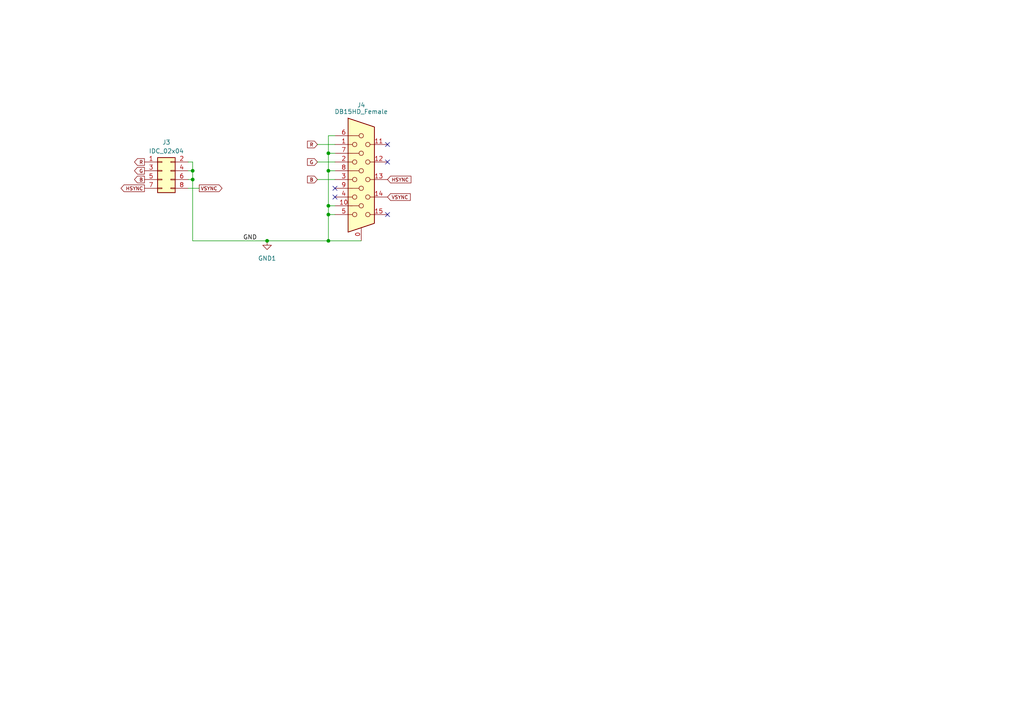
<source format=kicad_sch>
(kicad_sch (version 20230121) (generator eeschema)
  (paper "A4")
  (lib_symbols
    (symbol "Connector:DE15_Receptacle_HighDensity_MountingHoles" (pin_names (offset 1.016) hide)
      (property "Reference" "J" (at 0 21.59 0))
      (property "Value" "DE15_Receptacle_HighDensity_MountingHoles" (at 0 19.05 0))
      (symbol "DE15_Receptacle_HighDensity_MountingHoles_0_1"
        (circle (center -1.905 -10.16) (radius 0.635))
        (circle (center -1.905 -5.08) (radius 0.635))
        (circle (center -1.905 0) (radius 0.635))
        (circle (center -1.905 5.08) (radius 0.635))
        (circle (center -1.905 10.16) (radius 0.635))
        (circle (center 0 -7.62) (radius 0.635))
        (circle (center 0 -2.54) (radius 0.635))
        (polyline (pts (xy -3.175 7.62) (xy -0.635 7.62)))
        (polyline (pts (xy -0.635 -7.62) (xy -3.175 -7.62)))
        (polyline (pts (xy -0.635 -2.54) (xy -3.175 -2.54)))
        (polyline (pts (xy -0.635 2.54) (xy -3.175 2.54)))
        (polyline (pts (xy -0.635 12.7) (xy -3.175 12.7)))
        (polyline (pts (xy -3.81 17.78) (xy -3.81 -15.24) (xy 3.81 -12.7) (xy 3.81 15.24) (xy -3.81 17.78)) (stroke (width 0.254)) (fill (type background)))
        (circle (center 0 2.54) (radius 0.635))
        (circle (center 0 7.62) (radius 0.635))
        (circle (center 0 12.7) (radius 0.635))
        (circle (center 1.905 -10.16) (radius 0.635))
        (circle (center 1.905 -5.08) (radius 0.635))
        (circle (center 1.905 0) (radius 0.635))
        (circle (center 1.905 5.08) (radius 0.635))
        (circle (center 1.905 10.16) (radius 0.635))
      )
      (symbol "DE15_Receptacle_HighDensity_MountingHoles_1_1"
        (pin passive line (at 0 -17.78 90) (length 3.81) (name "~") (number "0"))
        (pin passive line (at -7.62 10.16 0) (length 5.08) (name "~") (number "1"))
        (pin passive line (at -7.62 -7.62 0) (length 5.08) (name "~") (number "10"))
        (pin passive line (at 7.62 10.16 180) (length 5.08) (name "~") (number "11"))
        (pin passive line (at 7.62 5.08 180) (length 5.08) (name "~") (number "12"))
        (pin passive line (at 7.62 0 180) (length 5.08) (name "~") (number "13"))
        (pin passive line (at 7.62 -5.08 180) (length 5.08) (name "~") (number "14"))
        (pin passive line (at 7.62 -10.16 180) (length 5.08) (name "~") (number "15"))
        (pin passive line (at -7.62 5.08 0) (length 5.08) (name "~") (number "2"))
        (pin passive line (at -7.62 0 0) (length 5.08) (name "~") (number "3"))
        (pin passive line (at -7.62 -5.08 0) (length 5.08) (name "~") (number "4"))
        (pin passive line (at -7.62 -10.16 0) (length 5.08) (name "~") (number "5"))
        (pin passive line (at -7.62 12.7 0) (length 5.08) (name "~") (number "6"))
        (pin passive line (at -7.62 7.62 0) (length 5.08) (name "~") (number "7"))
        (pin passive line (at -7.62 2.54 0) (length 5.08) (name "~") (number "8"))
        (pin passive line (at -7.62 -2.54 0) (length 5.08) (name "~") (number "9"))
      )
    )
    (symbol "Connector_Generic:Conn_02x04_Odd_Even" (pin_names (offset 1.016) hide)
      (property "Reference" "J" (at 1.27 5.08 0))
      (property "Value" "Conn_02x04_Odd_Even" (at 1.27 -7.62 0))
      (symbol "Conn_02x04_Odd_Even_1_1"
        (rectangle (start -1.27 -4.953) (end 0 -5.207) (stroke (width 0.1524)))
        (rectangle (start -1.27 -2.413) (end 0 -2.667) (stroke (width 0.1524)))
        (rectangle (start -1.27 0.127) (end 0 -0.127) (stroke (width 0.1524)))
        (rectangle (start -1.27 2.667) (end 0 2.413) (stroke (width 0.1524)))
        (rectangle (start -1.27 3.81) (end 3.81 -6.35) (stroke (width 0.254)) (fill (type background)))
        (rectangle (start 3.81 -4.953) (end 2.54 -5.207) (stroke (width 0.1524)))
        (rectangle (start 3.81 -2.413) (end 2.54 -2.667) (stroke (width 0.1524)))
        (rectangle (start 3.81 0.127) (end 2.54 -0.127) (stroke (width 0.1524)))
        (rectangle (start 3.81 2.667) (end 2.54 2.413) (stroke (width 0.1524)))
        (pin passive line (at -5.08 2.54 0) (length 3.81) (name "Pin_1") (number "1"))
        (pin passive line (at 7.62 2.54 180) (length 3.81) (name "Pin_2") (number "2"))
        (pin passive line (at -5.08 0 0) (length 3.81) (name "Pin_3") (number "3"))
        (pin passive line (at 7.62 0 180) (length 3.81) (name "Pin_4") (number "4"))
        (pin passive line (at -5.08 -2.54 0) (length 3.81) (name "Pin_5") (number "5"))
        (pin passive line (at 7.62 -2.54 180) (length 3.81) (name "Pin_6") (number "6"))
        (pin passive line (at -5.08 -5.08 0) (length 3.81) (name "Pin_7") (number "7"))
        (pin passive line (at 7.62 -5.08 180) (length 3.81) (name "Pin_8") (number "8"))
      )
    )
    (symbol "power:GND1" (power) (pin_names (offset 0))
      (property "Value" "GND1" (at 0 -3.81 0))
      (symbol "GND1_0_1"
        (polyline (pts (xy 0 0) (xy 0 -1.27) (xy 1.27 -1.27) (xy 0 -2.54) (xy -1.27 -1.27) (xy 0 -1.27)))
      )
      (symbol "GND1_1_1"
        (pin power_in line (at 0 0 270) (length 0) hide (name "GND1") (number "1"))
      )
    )
  )
  (junction (at 95.25 62.23))
  (junction (at 55.88 52.07))
  (junction (at 95.25 59.69))
  (junction (at 95.25 44.45))
  (junction (at 77.47 69.85))
  (junction (at 95.25 49.53))
  (junction (at 95.25 69.85))
  (junction (at 55.88 49.53))
  (no_connect (at 112.395 41.91))
  (no_connect (at 112.395 62.23))
  (no_connect (at 97.155 57.15))
  (no_connect (at 97.155 54.61))
  (no_connect (at 112.395 46.99))
  (wire (pts (xy 54.61 54.61) (xy 57.785 54.61)))
  (wire (pts (xy 55.88 52.07) (xy 54.61 52.07)))
  (wire (pts (xy 97.155 39.37) (xy 95.25 39.37)))
  (wire (pts (xy 55.88 49.53) (xy 54.61 49.53)))
  (wire (pts (xy 77.47 69.85) (xy 95.25 69.85)))
  (wire (pts (xy 54.61 46.99) (xy 55.88 46.99)))
  (wire (pts (xy 92.075 41.91) (xy 97.155 41.91)))
  (wire (pts (xy 95.25 69.85) (xy 104.775 69.85)))
  (wire (pts (xy 92.075 46.99) (xy 97.155 46.99)))
  (wire (pts (xy 55.88 46.99) (xy 55.88 49.53)))
  (wire (pts (xy 95.25 59.69) (xy 95.25 62.23)))
  (wire (pts (xy 95.25 44.45) (xy 97.155 44.45)))
  (wire (pts (xy 97.155 59.69) (xy 95.25 59.69)))
  (wire (pts (xy 55.88 69.85) (xy 77.47 69.85)))
  (wire (pts (xy 95.25 44.45) (xy 95.25 49.53)))
  (wire (pts (xy 55.88 49.53) (xy 55.88 52.07)))
  (wire (pts (xy 55.88 52.07) (xy 55.88 69.85)))
  (wire (pts (xy 92.075 52.07) (xy 97.155 52.07)))
  (wire (pts (xy 95.25 62.23) (xy 95.25 69.85)))
  (wire (pts (xy 95.25 39.37) (xy 95.25 44.45)))
  (wire (pts (xy 95.25 62.23) (xy 97.155 62.23)))
  (wire (pts (xy 95.25 49.53) (xy 97.155 49.53)))
  (wire (pts (xy 95.25 49.53) (xy 95.25 59.69)))
  (label "GND" (at 70.485 69.85 0))
  (global_label "G" (shape output) (at 41.91 49.53 180) (effects (font (size 1 1))) (property "Intersheetrefs" "${INTERSHEET_REFS}" (effects hide)))
  (global_label "R" (shape output) (at 41.91 46.99 180) (effects (font (size 1 1))) (property "Intersheetrefs" "${INTERSHEET_REFS}" (effects hide)))
  (global_label "G" (shape input) (at 92.075 46.99 180) (effects (font (size 1 1))) (property "Intersheetrefs" "${INTERSHEET_REFS}" (effects hide)))
  (global_label "VSYNC" (shape output) (at 57.785 54.61 0) (effects (font (size 1 1))) (property "Intersheetrefs" "${INTERSHEET_REFS}" (effects hide)))
  (global_label "B" (shape output) (at 41.91 52.07 180) (effects (font (size 1 1))) (property "Intersheetrefs" "${INTERSHEET_REFS}" (effects hide)))
  (global_label "R" (shape input) (at 92.075 41.91 180) (effects (font (size 1 1))) (property "Intersheetrefs" "${INTERSHEET_REFS}" (effects hide)))
  (global_label "HSYNC" (shape input) (at 112.395 52.07 0) (effects (font (size 1 1))) (property "Intersheetrefs" "${INTERSHEET_REFS}" (effects hide)))
  (global_label "HSYNC" (shape output) (at 41.91 54.61 180) (effects (font (size 1 1))) (property "Intersheetrefs" "${INTERSHEET_REFS}" (effects hide)))
  (global_label "VSYNC" (shape input) (at 112.395 57.15 0) (effects (font (size 1 1))) (property "Intersheetrefs" "${INTERSHEET_REFS}" (effects hide)))
  (global_label "B" (shape input) (at 92.075 52.07 180) (effects (font (size 1 1))) (property "Intersheetrefs" "${INTERSHEET_REFS}" (effects hide)))
  (symbol (lib_id "Connector:DE15_Receptacle_HighDensity_MountingHoles") (at 104.775 52.07 0) (unit 1)
    (property "Reference" "J4" (at 104.775 30.48 0))
    (property "Value" "DB15HD_Female" (at 104.775 32.385 0))
    (property "Footprint" "AppleVGA:DSUB-15HD_TE_Connectivity_2311586-4" (effects hide))
    (property "Datasheet" "https://www.mouser.com/datasheet/2/418/1/NG_CD_2311586_D-1372181.pdf" (effects hide))
    (property "Mfr" "TE Connectivity" (effects hide))
    (property "MfrNo" "2311586-4" (effects hide))
    (property "MouserNo" "571-2311586-4" (effects hide))
  )
  (symbol (lib_id "power:GND1") (at 77.47 69.85 0) (unit 1)
    (property "Reference" "#PWR020" (effects hide))
    (property "Value" "GND1" (at 77.47 74.93 0))
  )
  (symbol (lib_id "Connector_Generic:Conn_02x04_Odd_Even") (at 46.99 49.53 0) (unit 1)
    (property "Reference" "J3" (at 48.26 41.275 0))
    (property "Value" "IDC_02x04" (at 48.26 43.815 0))
    (property "Footprint" "Connector_IDC:IDC-Header_2x04_P2.54mm_Vertical" (effects hide))
    (property "MouserNo" "649-75869-232LF" (effects hide))
  )
)
</source>
